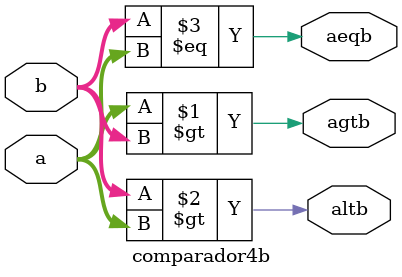
<source format=v>
/*
	comparador4b.v
	Comparador de 4 bits revisitado, mas usando operadores lógicos
*/

module comparador4b (a,b,agtb,altb,aeqb);

	input [3:0] a, b;
	output agtb,altb,aeqb;
	
	assign agtb = a > b;
	assign altb = b > a;
	assign aeqb = b == a;

endmodule
</source>
